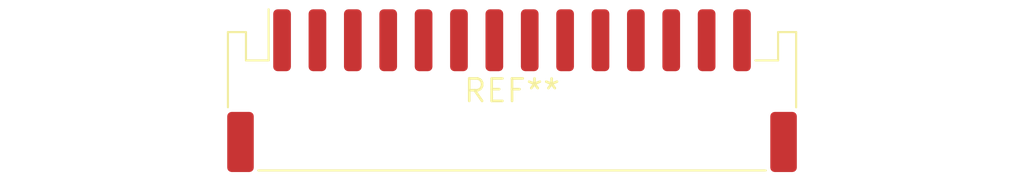
<source format=kicad_pcb>
(kicad_pcb (version 20240108) (generator pcbnew)
  (layers (0 "F.Cu" signal) (31 "B.Cu" signal) (34 "B.Paste" user) (35 "F.Paste" user) (36 "B.SilkS" user "B.Silkscreen") (37 "F.SilkS" user "F.Silkscreen") (38 "B.Mask" user) (39 "F.Mask" user) (44 "Edge.Cuts" user))
  (net 0 "")
  (footprint "JST_PH_S14B-PH-SM4-TB_1x14-1MP_P2.00mm_Horizontal" (layer "F.Cu") (at 0 0)
    (property "Reference" "REF**")
    (property "Value" "JST_PH_S14B-PH-SM4-TB_1x14-1MP_P2.00mm_Horizontal")
    (fp_line (start -16.06 -3.31) (end -15.04 -3.31) (layer "F.SilkS") (stroke (width 0.12)))
    (fp_line (start -16.06 0.94) (end -16.06 -3.31) (layer "F.SilkS") (stroke (width 0.12)))
    (fp_line (start -15.04 -3.31) (end -15.04 -1.71) (layer "F.SilkS") (stroke (width 0.12)))
    (fp_line (start -15.04 -1.71) (end -13.76 -1.71) (layer "F.SilkS") (stroke (width 0.12)))
    (fp_line (start -14.34 4.51) (end 14.34 4.51) (layer "F.SilkS") (stroke (width 0.12)))
    (fp_line (start -13.76 -1.71) (end -13.76 -4.6) (layer "F.SilkS") (stroke (width 0.12)))
    (fp_line (start 15.04 -3.31) (end 15.04 -1.71) (layer "F.SilkS") (stroke (width 0.12)))
    (fp_line (start 15.04 -1.71) (end 13.76 -1.71) (layer "F.SilkS") (stroke (width 0.12)))
    (fp_line (start 16.06 -3.31) (end 15.04 -3.31) (layer "F.SilkS") (stroke (width 0.12)))
    (fp_line (start 16.06 0.94) (end 16.06 -3.31) (layer "F.SilkS") (stroke (width 0.12)))
    (pad "1" smd roundrect (at -13 -2.85) (size 1 3.5) (layers "F.Cu" "F.Paste" "F.Mask"))
    (pad "2" smd roundrect (at -11 -2.85) (size 1 3.5) (layers "F.Cu" "F.Paste" "F.Mask"))
    (pad "3" smd roundrect (at -9 -2.85) (size 1 3.5) (layers "F.Cu" "F.Paste" "F.Mask"))
    (pad "4" smd roundrect (at -7 -2.85) (size 1 3.5) (layers "F.Cu" "F.Paste" "F.Mask"))
    (pad "5" smd roundrect (at -5 -2.85) (size 1 3.5) (layers "F.Cu" "F.Paste" "F.Mask"))
    (pad "6" smd roundrect (at -3 -2.85) (size 1 3.5) (layers "F.Cu" "F.Paste" "F.Mask"))
    (pad "7" smd roundrect (at -1 -2.85) (size 1 3.5) (layers "F.Cu" "F.Paste" "F.Mask"))
    (pad "8" smd roundrect (at 1 -2.85) (size 1 3.5) (layers "F.Cu" "F.Paste" "F.Mask"))
    (pad "9" smd roundrect (at 3 -2.85) (size 1 3.5) (layers "F.Cu" "F.Paste" "F.Mask"))
    (pad "10" smd roundrect (at 5 -2.85) (size 1 3.5) (layers "F.Cu" "F.Paste" "F.Mask"))
    (pad "11" smd roundrect (at 7 -2.85) (size 1 3.5) (layers "F.Cu" "F.Paste" "F.Mask"))
    (pad "12" smd roundrect (at 9 -2.85) (size 1 3.5) (layers "F.Cu" "F.Paste" "F.Mask"))
    (pad "13" smd roundrect (at 11 -2.85) (size 1 3.5) (layers "F.Cu" "F.Paste" "F.Mask"))
    (pad "14" smd roundrect (at 13 -2.85) (size 1 3.5) (layers "F.Cu" "F.Paste" "F.Mask"))
    (pad "MP" smd roundrect (at -15.35 2.9) (size 1.5 3.4) (layers "F.Cu" "F.Paste" "F.Mask") (roundrect_rratio 0.166667))
    (pad "MP" smd roundrect (at 15.35 2.9) (size 1.5 3.4) (layers "F.Cu" "F.Paste" "F.Mask") (roundrect_rratio 0.166667))
  )
)
</source>
